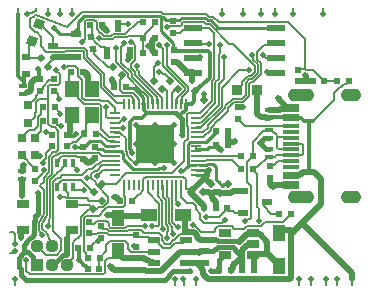
<source format=gtl>
G04*
G04 #@! TF.GenerationSoftware,Altium Limited,Altium Designer,25.2.1 (25)*
G04*
G04 Layer_Physical_Order=1*
G04 Layer_Color=255*
%FSAX26Y26*%
%MOIN*%
G70*
G04*
G04 #@! TF.SameCoordinates,B4543352-C1F1-4858-B80E-EDAD671B2EAA*
G04*
G04*
G04 #@! TF.FilePolarity,Positive*
G04*
G01*
G75*
%ADD10C,0.019685*%
%ADD11C,0.007874*%
%ADD13C,0.011811*%
%ADD16C,0.005118*%
%ADD18R,0.057087X0.011811*%
%ADD19R,0.021654X0.019685*%
%ADD20R,0.034449X0.007874*%
%ADD21R,0.007874X0.034449*%
%ADD22R,0.035433X0.023622*%
%ADD24R,0.021654X0.019685*%
%ADD25R,0.019685X0.021654*%
%ADD26R,0.015748X0.031496*%
%ADD27R,0.053150X0.043307*%
%ADD28R,0.019685X0.021654*%
%ADD29R,0.038000X0.036000*%
%ADD30R,0.022000X0.042000*%
%ADD31R,0.039370X0.027559*%
%ADD32R,0.039370X0.023622*%
%ADD33R,0.025591X0.031496*%
G04:AMPARAMS|DCode=34|XSize=21.654mil|YSize=19.685mil|CornerRadius=0mil|HoleSize=0mil|Usage=FLASHONLY|Rotation=225.000|XOffset=0mil|YOffset=0mil|HoleType=Round|Shape=Rectangle|*
%AMROTATEDRECTD34*
4,1,4,0.000696,0.014615,0.014615,0.000696,-0.000696,-0.014615,-0.014615,-0.000696,0.000696,0.014615,0.0*
%
%ADD34ROTATEDRECTD34*%

G04:AMPARAMS|DCode=35|XSize=19.685mil|YSize=21.654mil|CornerRadius=0mil|HoleSize=0mil|Usage=FLASHONLY|Rotation=135.000|XOffset=0mil|YOffset=0mil|HoleType=Round|Shape=Rectangle|*
%AMROTATEDRECTD35*
4,1,4,0.014615,0.000696,-0.000696,-0.014615,-0.014615,-0.000696,0.000696,0.014615,0.014615,0.000696,0.0*
%
%ADD35ROTATEDRECTD35*%

G04:AMPARAMS|DCode=36|XSize=21.654mil|YSize=19.685mil|CornerRadius=0mil|HoleSize=0mil|Usage=FLASHONLY|Rotation=10.000|XOffset=0mil|YOffset=0mil|HoleType=Round|Shape=Rectangle|*
%AMROTATEDRECTD36*
4,1,4,-0.008953,-0.011573,-0.012371,0.007813,0.008953,0.011573,0.012371,-0.007813,-0.008953,-0.011573,0.0*
%
%ADD36ROTATEDRECTD36*%

%ADD37R,0.043307X0.053150*%
G04:AMPARAMS|DCode=38|XSize=30mil|YSize=32mil|CornerRadius=0mil|HoleSize=0mil|Usage=FLASHONLY|Rotation=70.000|XOffset=0mil|YOffset=0mil|HoleType=Round|Shape=Rectangle|*
%AMROTATEDRECTD38*
4,1,4,0.009905,-0.019568,-0.020165,-0.008623,-0.009905,0.019568,0.020165,0.008623,0.009905,-0.019568,0.0*
%
%ADD38ROTATEDRECTD38*%

G04:AMPARAMS|DCode=40|XSize=21.654mil|YSize=19.685mil|CornerRadius=0mil|HoleSize=0mil|Usage=FLASHONLY|Rotation=135.000|XOffset=0mil|YOffset=0mil|HoleType=Round|Shape=Rectangle|*
%AMROTATEDRECTD40*
4,1,4,0.014615,-0.000696,0.000696,-0.014615,-0.014615,0.000696,-0.000696,0.014615,0.014615,-0.000696,0.0*
%
%ADD40ROTATEDRECTD40*%

%ADD41R,0.062992X0.023622*%
%ADD42R,0.047244X0.055118*%
G04:AMPARAMS|DCode=43|XSize=19.685mil|YSize=21.654mil|CornerRadius=0mil|HoleSize=0mil|Usage=FLASHONLY|Rotation=130.000|XOffset=0mil|YOffset=0mil|HoleType=Round|Shape=Rectangle|*
%AMROTATEDRECTD43*
4,1,4,0.014620,-0.000580,-0.001967,-0.014499,-0.014620,0.000580,0.001967,0.014499,0.014620,-0.000580,0.0*
%
%ADD43ROTATEDRECTD43*%

G04:AMPARAMS|DCode=44|XSize=19.685mil|YSize=21.654mil|CornerRadius=0mil|HoleSize=0mil|Usage=FLASHONLY|Rotation=45.000|XOffset=0mil|YOffset=0mil|HoleType=Round|Shape=Rectangle|*
%AMROTATEDRECTD44*
4,1,4,0.000696,-0.014615,-0.014615,0.000696,-0.000696,0.014615,0.014615,-0.000696,0.000696,-0.014615,0.0*
%
%ADD44ROTATEDRECTD44*%

%ADD45R,0.041339X0.025591*%
%ADD46R,0.031496X0.023622*%
%ADD83R,0.125984X0.125984*%
%ADD84R,0.027559X0.015748*%
%ADD85R,0.031496X0.031496*%
%ADD86C,0.015748*%
%ADD87C,0.009842*%
%ADD88C,0.017716*%
G04:AMPARAMS|DCode=89|XSize=43.307mil|YSize=66.929mil|CornerRadius=19.488mil|HoleSize=0mil|Usage=FLASHONLY|Rotation=90.000|XOffset=0mil|YOffset=0mil|HoleType=Round|Shape=RoundedRectangle|*
%AMROUNDEDRECTD89*
21,1,0.043307,0.027953,0,0,90.0*
21,1,0.004331,0.066929,0,0,90.0*
1,1,0.038976,0.013976,0.002165*
1,1,0.038976,0.013976,-0.002165*
1,1,0.038976,-0.013976,-0.002165*
1,1,0.038976,-0.013976,0.002165*
%
%ADD89ROUNDEDRECTD89*%
G04:AMPARAMS|DCode=90|XSize=43.307mil|YSize=86.614mil|CornerRadius=19.488mil|HoleSize=0mil|Usage=FLASHONLY|Rotation=90.000|XOffset=0mil|YOffset=0mil|HoleType=Round|Shape=RoundedRectangle|*
%AMROUNDEDRECTD90*
21,1,0.043307,0.047638,0,0,90.0*
21,1,0.004331,0.086614,0,0,90.0*
1,1,0.038976,0.023819,0.002165*
1,1,0.038976,0.023819,-0.002165*
1,1,0.038976,-0.023819,-0.002165*
1,1,0.038976,-0.023819,0.002165*
%
%ADD90ROUNDEDRECTD90*%
%ADD91C,0.019685*%
%ADD92C,0.043701*%
%ADD93R,0.043701X0.043701*%
D10*
X-00551182Y-00303486D02*
X-00551182Y-00280532D01*
X-00548229Y-00277579D01*
X-00545275Y-00277579D01*
X-00398648Y-00306102D02*
X-00398648Y-00359328D01*
X-00229526Y-00354331D02*
X-00229526Y-00349409D01*
X-00229526Y-00354331D02*
X-00212943Y-00370913D01*
X-00168059Y-00370913D01*
X-00142370Y-00370913D01*
X-00136118Y-00377165D01*
X-00128740Y-00377165D01*
X-00120078Y-00385827D01*
X-00112204Y-00385827D01*
X-00110236Y-00387795D01*
X-00136118Y-00414567D02*
X-00084354Y-00414567D01*
X-00022149Y-00352362D01*
X-00003937Y-00352362D01*
X-00001968Y-00350394D01*
X00032284Y-00350394D01*
X00034055Y-00352165D01*
X00040507Y-00353836D02*
X00044544Y-00349799D01*
X00062595Y-00349799D01*
X00062595Y-00389169D02*
X00034055Y-00389169D01*
X00055005Y-00410119D01*
X00055005Y-00425519D01*
X00071219Y-00441732D01*
X00343305Y-00441732D01*
X00347976Y-00437062D01*
X00347976Y-00292084D01*
X00385532Y-00254528D01*
X00551181Y-00420177D01*
X00551181Y-00442913D01*
X00308269Y-00399039D02*
X00308269Y-00394118D01*
X00268620Y-00354468D01*
X00268620Y-00316999D01*
X00243257Y-00291637D01*
X00226036Y-00291637D01*
X00222099Y-00287700D01*
X00218162Y-00291637D01*
X00200639Y-00291637D01*
X00173915Y-00318361D01*
X00200482Y-00329038D02*
X00218162Y-00329038D01*
X00222099Y-00325101D01*
X00222099Y-00362503D02*
X00226036Y-00358566D01*
X00258757Y-00358566D01*
X00263743Y-00353579D01*
X00268620Y-00353579D01*
X00222099Y-00362503D02*
X00224537Y-00364940D01*
X00224537Y-00411698D01*
X00308269Y-00286835D02*
X00318112Y-00276992D01*
X00347976Y-00276992D01*
X00347976Y-00292084D01*
X00385532Y-00254528D02*
X00448563Y-00191496D01*
X00448563Y-00108843D01*
X00425322Y-00085602D01*
X00405921Y-00085602D01*
X00386520Y-00085602D01*
X00376099Y-00096024D01*
X00361906Y-00129921D02*
X00291621Y-00129921D01*
X00287143Y-00134399D01*
X00277559Y-00124815D01*
X00277559Y-00106138D01*
X00276575Y-00106138D01*
X00275591Y00095472D02*
X00264948Y00095472D01*
X00262979Y00097441D01*
X00246559Y00097441D01*
X00235039Y00108961D01*
X00235039Y00188728D01*
X00235287Y00188976D01*
X00303359Y00160545D02*
X00335201Y00128702D01*
X00348728Y00128702D01*
X00335201Y00128702D02*
X00317191Y00128702D01*
X00311520Y00123031D01*
X00275591Y00123031D01*
X00370249Y00216798D02*
X00384028Y00216798D01*
X00384028Y00216798D01*
X00419461Y00216798D01*
X00396635Y00217384D02*
X00396635Y00236287D01*
X00395064Y00237857D01*
X00188349Y00131853D02*
X00170952Y00131853D01*
X00137796Y00050197D02*
X00137796Y00015256D01*
X00157492Y00015256D01*
X00161469Y00019232D01*
X00137796Y00015256D02*
X00137796Y00003937D01*
X00098425Y00002953D02*
X00112992Y-00011614D01*
X00075055Y-00079448D02*
X00066363Y-00088140D01*
X00066363Y-00096100D01*
X00066363Y-00098069D02*
X00012016Y-00152416D01*
X00059055Y-00199454D01*
X00059055Y-00208661D01*
X00096213Y-00206713D02*
X00096213Y-00185220D01*
X00083890Y-00172897D01*
X00083890Y-00161831D01*
X00092377Y-00153344D01*
X00105120Y-00153344D01*
X00109753Y-00154040D02*
X00110449Y-00154736D01*
X00126655Y-00154736D01*
X00127696Y-00155777D01*
X00147839Y-00155777D01*
X00154069Y-00149547D01*
X00185877Y-00149547D01*
X00187846Y-00147578D01*
X00074190Y-00152131D02*
X00083890Y-00161831D01*
X00074190Y-00152131D02*
X00054099Y-00152131D01*
X00053403Y-00151435D01*
X00062426Y-00108717D02*
X00072527Y-00118818D01*
X00076464Y-00118818D01*
X00081242Y-00123596D01*
X00062426Y-00108717D02*
X00062426Y-00104790D01*
X00023914Y-00286221D02*
X00032678Y-00294984D01*
X00032678Y-00301365D01*
X00044209Y-00312896D01*
X00096039Y-00312896D01*
X00023914Y-00286221D02*
X00005355Y-00286221D01*
X00002922Y-00283788D01*
X00000489Y-00286221D01*
X-00005905Y-00286221D01*
X-00005905Y-00236220D01*
X-00013779Y-00228346D01*
X-00125984Y-00228346D02*
X-00130413Y-00232776D01*
X-00228355Y-00232776D01*
X-00140401Y-00410283D02*
X-00136118Y-00414567D01*
X-00140401Y-00410283D02*
X-00243547Y-00410283D01*
X-00256300Y-00397531D01*
X-00265968Y-00227852D02*
X-00238879Y-00227852D01*
X-00229526Y-00237205D01*
X-00265968Y-00227852D02*
X-00266236Y-00227584D01*
X-00222678Y-00181989D02*
X-00222678Y-00181005D01*
X-00234392Y-00169291D01*
X-00244094Y-00169291D01*
X-00305330Y-00040020D02*
X-00306315Y-00040020D01*
X-00318437Y-00052142D01*
X-00328073Y-00052142D01*
X-00328073Y-00056102D02*
X-00328248Y-00056102D01*
X-00343504Y-00040846D01*
X-00344488Y-00040846D01*
X-00105315Y00007874D02*
X-00041338Y00007874D01*
X-00001968Y-00387795D02*
X-00000595Y-00389169D01*
X00034055Y-00389169D01*
X00155639Y-00396655D02*
X00185013Y-00367281D01*
X00185013Y-00366440D01*
X00185013Y-00344507D01*
X00200482Y-00329038D01*
X00185013Y-00366440D02*
X00185167Y-00366593D01*
X00185167Y-00411698D01*
X00155639Y-00406161D02*
X00155639Y-00396655D01*
X00155639Y-00406161D02*
X00147641Y-00414159D01*
X00147641Y-00414159D01*
X00146165Y-00412683D01*
X00016536Y00216911D02*
X00016536Y00244274D01*
X00018504Y00246242D01*
X00022441Y00246242D01*
X00020472Y00248211D01*
X00000787Y00248211D01*
X-00031739Y00280737D01*
X-00043623Y00280737D01*
X-00106299Y00311024D02*
X-00106299Y00312008D01*
X-00117192Y00322901D01*
X-00117192Y00350327D01*
X-00106299Y00361220D01*
X-00106299Y00362205D01*
X-00117192Y00334869D02*
X-00128455Y00334869D01*
X-00128455Y00334868D01*
X-00264548Y00386196D02*
X-00265975Y00386196D01*
X-00282699Y00402920D01*
X-00282699Y00403904D01*
X-00368110Y00298428D02*
X-00444481Y00298428D01*
X-00447063Y00295846D01*
X-00345612Y00248911D02*
X-00345612Y00247927D01*
X-00339150Y00247927D01*
X-00328073Y00236850D01*
X-00330709Y00233024D02*
X-00334843Y00237158D01*
X-00330709Y00233024D02*
X-00330709Y00206362D01*
X-00316929Y00192582D01*
X-00241141Y00199803D02*
X-00241141Y00210102D01*
X-00247637Y00216598D01*
X-00247637Y00226282D01*
X-00383858Y00105968D02*
X-00387536Y00102290D01*
X-00387536Y00048881D01*
X-00396850Y00039567D01*
X-00397835Y00039567D01*
X-00527268Y00179921D02*
X-00518504Y00188685D01*
X-00518504Y00210655D01*
X-00505734Y00223425D01*
X-00487574Y00223425D01*
X-00527268Y00179921D02*
X-00531472Y00179921D01*
X-00505906Y-00029528D02*
X-00503937Y-00031496D01*
X-00488188Y-00031496D01*
X-00543092Y-00060236D02*
X-00544291Y-00061436D01*
X-00544291Y-00078740D01*
X-00546260Y-00080709D01*
X-00548228Y-00080709D01*
X-00548228Y-00108268D02*
X-00548228Y-00165178D01*
D11*
X-00468353Y00047244D02*
X-00466093Y00044984D01*
X-00459302Y00044984D01*
X-00459252Y00044934D01*
X-00454331Y00044934D01*
X-00448425Y00039028D01*
X-00136625Y-00101181D02*
X-00020915Y-00101181D01*
X-00020914Y-00101182D01*
X-00011013Y-00101182D01*
X-00002953Y-00109242D01*
X-00002953Y-00127461D01*
X-00002953Y-00130774D02*
X-00002953Y-00140175D01*
X00006449Y-00140175D01*
X00010563Y-00144290D01*
X00010563Y-00160147D01*
X00030020Y-00047244D02*
X00061325Y-00047244D01*
X00062980Y-00045589D01*
X00150905Y-00045589D01*
X00181102Y-00075787D01*
X00181102Y-00076772D01*
X00220472Y-00076772D02*
X00220472Y-00075787D01*
X00226378Y-00069882D01*
X00234252Y-00069882D01*
X00270669Y-00033465D01*
X00272637Y-00033465D01*
X00275590Y-00034449D02*
X00276574Y-00033465D01*
X00293307Y-00033465D01*
X00297244Y-00029528D01*
X00346233Y-00029528D01*
X00382878Y-00029528D01*
X00387490Y-00024915D01*
X00387490Y00005230D01*
X00382878Y00009842D01*
X00346457Y00009842D01*
X00346457Y-00009842D02*
X00306102Y-00009842D01*
X00301187Y-00004927D01*
X00301187Y00026591D01*
X00305799Y00031204D01*
X00344781Y00031204D01*
X00346457Y00029528D01*
X00305799Y00031204D02*
X00293499Y00043504D01*
X00292126Y00043504D01*
X00281496Y00054134D01*
X00275590Y00054134D01*
X00273622Y00054134D01*
X00275590Y00054134D02*
X00271653Y00050197D01*
X00255785Y00050197D01*
X00220472Y00014884D01*
X00220472Y-00032212D01*
X00220472Y-00033196D01*
X00201575Y-00052093D01*
X00201575Y-00118974D01*
X00214618Y-00132016D01*
X00214618Y-00237943D01*
X00209313Y-00243247D01*
X00204480Y-00243247D01*
X00198574Y-00249153D01*
X00195378Y-00249153D01*
X00239838Y-00248723D02*
X00239838Y-00206470D01*
X00233909Y-00200541D01*
X00233909Y-00090208D01*
X00227362Y-00083662D01*
X00226378Y-00083662D01*
X00220472Y-00077756D01*
X00220472Y-00076772D01*
X00181102Y-00032212D02*
X00180387Y-00031496D01*
X00030020Y-00031496D01*
X00030020Y-00015748D02*
X00030020Y-00007874D01*
X00030020Y-00000000D01*
X-00136625Y-00101181D02*
X-00144685Y-00109242D01*
X-00144685Y-00127461D01*
X-00144685Y-00145680D01*
X-00156288Y-00157284D01*
X-00160473Y-00157284D01*
X-00183308Y-00180118D01*
D13*
X-00547244Y00202756D02*
X-00543307Y00202756D01*
X-00541339Y00204724D01*
X-00541339Y00216535D01*
X-00541339Y00236536D01*
X-00535433Y00242442D01*
X-00561024Y00246063D02*
X-00561024Y00280002D01*
X-00562205Y00281183D01*
X-00562205Y00323622D01*
X-00561024Y00324803D01*
X-00561024Y00442913D01*
X-00495448Y00257351D02*
X-00493941Y00255844D01*
X-00493941Y00245701D01*
X-00492495Y00244255D01*
X-00492495Y00227362D01*
X-00488558Y00223425D01*
X-00541339Y00216535D02*
X-00561053Y00236250D01*
X-00561053Y00246034D01*
X-00561024Y00246063D01*
X-00397835Y00039567D02*
X-00393898Y00035630D01*
X-00381327Y00035630D01*
X-00381102Y00035406D01*
X-00374490Y00035406D01*
X-00369849Y00040047D01*
X-00368867Y00040047D01*
X-00190157Y-00009604D02*
X-00190157Y00046979D01*
X-00190157Y00046979D01*
X-00190157Y00063207D01*
X-00190157Y00063207D01*
X-00190157Y00080493D01*
X-00174892Y00095758D01*
X-00148768Y00095758D01*
X-00133503Y00111023D01*
X-00083995Y00111023D01*
X-00083957Y00111061D01*
X-00034449Y00111061D01*
X-00024606Y00101219D02*
X-00010865Y00114960D01*
X-00010197Y00114960D01*
X-00003740Y00121418D01*
X-00003740Y00142421D01*
X-00002953Y00143208D01*
X00016232Y00143208D01*
X00023151Y00150127D01*
X00023151Y00173344D01*
X00027738Y00177931D01*
X00027738Y00183499D01*
X00028434Y00184195D02*
X00053009Y00208770D01*
X00055677Y00208770D01*
X00076772Y00229865D01*
X00076772Y00312619D01*
X00069812Y00319579D01*
X-00043095Y00319579D01*
X-00043623Y00320107D01*
X-00190400Y00312482D02*
X-00195494Y00307388D01*
X-00195494Y00291994D01*
X-00197403Y00290085D01*
X-00197403Y00287954D01*
X-00144685Y00143208D02*
X-00143897Y00142421D01*
X-00143897Y00121418D01*
X-00133503Y00111023D01*
X-00190157Y-00009604D02*
X-00187204Y-00012556D01*
X-00187204Y-00012812D01*
X-00184774Y-00015242D01*
X-00184774Y-00020810D01*
X-00183268Y-00022316D01*
X-00176037Y-00330315D02*
X-00171706Y-00334646D01*
X-00170335Y-00334646D01*
X-00362504Y-00336831D02*
X-00358567Y-00340768D01*
X-00358567Y-00350093D01*
X-00358267Y-00350393D01*
X-00358267Y-00377952D01*
X-00356761Y-00379459D01*
X-00356761Y-00381589D01*
X-00350730Y-00387620D01*
X-00350730Y-00387857D01*
X-00344272Y-00394315D01*
X-00344248Y-00394339D01*
X-00342997Y-00394339D01*
X-00330709Y-00406627D01*
X-00330709Y-00407612D01*
X-00342997Y-00394339D02*
X-00343021Y-00394315D01*
X-00344272Y-00394315D01*
X-00350730Y-00387857D02*
X-00356761Y-00381827D01*
X-00356761Y-00381589D01*
X-00358267Y-00380083D01*
X-00358267Y-00377952D01*
X-00398648Y-00306102D02*
X-00398648Y-00303972D01*
X-00396654Y-00301977D01*
X-00396654Y-00284469D01*
X-00389764Y-00277579D01*
X-00381890Y-00277579D01*
X00056273Y00156356D02*
X00056969Y00157052D01*
X00056969Y00169012D01*
X00059055Y00171097D01*
X00059055Y00173228D01*
X00346457Y-00096024D02*
X00376099Y-00096024D01*
X00346457Y-00096024D02*
X00346457Y-00102362D01*
X00405921Y-00085602D02*
X00408611Y-00082912D01*
X00408611Y00084200D01*
X00419567Y00084200D01*
X00408611Y00084200D02*
X00391566Y00084200D01*
X00379532Y00096234D01*
X00348539Y00096234D01*
X00346457Y00094151D01*
X00346457Y00090551D01*
X00349337Y00090551D02*
X00349337Y00102362D01*
X00346457Y00102362D01*
X00345183Y00098207D02*
X00290384Y00098207D01*
X00289617Y00097441D01*
X00277559Y00097441D01*
X00275591Y00095472D01*
D16*
X-00570866Y-00462598D02*
X-00570866Y-00442913D01*
X-00522865Y-00426181D02*
X-00278382Y-00426181D01*
X-00273819Y-00421618D01*
X-00273819Y-00404788D01*
X-00273819Y-00404788D01*
X-00273819Y-00390274D01*
X-00272974Y-00389429D01*
X-00272974Y-00381940D01*
X-00263556Y-00372522D01*
X-00248620Y-00372522D01*
X-00229526Y-00353427D01*
X-00229526Y-00349409D01*
X-00268785Y-00349771D02*
X-00268785Y-00329583D01*
X-00254359Y-00315158D01*
X-00204692Y-00315158D01*
X-00194517Y-00325333D01*
X-00194517Y-00341990D01*
X-00184341Y-00352165D01*
X-00156328Y-00352165D01*
X-00154556Y-00350394D01*
X-00110236Y-00350394D01*
X-00078315Y-00338543D02*
X-00056854Y-00338543D01*
X-00040555Y-00322244D01*
X-00011220Y-00322244D01*
X-00001968Y-00312992D01*
X-00001766Y-00288476D02*
X-00005905Y-00292615D01*
X-00005905Y-00286221D01*
X-00005905Y-00292615D02*
X-00023944Y-00292615D01*
X-00029330Y-00298001D01*
X-00029330Y-00299574D01*
X-00041289Y-00311533D01*
X-00044319Y-00311533D01*
X-00056279Y-00323492D01*
X-00072143Y-00323492D01*
X-00082494Y-00313141D01*
X-00082494Y-00298381D01*
X-00092844Y-00288031D01*
X-00141680Y-00288031D01*
X-00151954Y-00277756D01*
X-00196515Y-00277756D01*
X-00200452Y-00281693D01*
X-00258599Y-00281693D01*
X-00266245Y-00274048D01*
X-00278222Y-00274048D01*
X-00285505Y-00266764D01*
X-00260264Y-00265553D02*
X-00260264Y-00256543D01*
X-00267562Y-00249244D01*
X-00299512Y-00249244D01*
X-00308491Y-00258223D01*
X-00308729Y-00257985D01*
X-00317032Y-00257985D01*
X-00324315Y-00250702D01*
X-00335643Y-00230503D02*
X-00293932Y-00230503D01*
X-00276329Y-00212901D01*
X-00275793Y-00212901D01*
X-00265846Y-00202953D01*
X-00213002Y-00202953D01*
X-00205158Y-00195109D01*
X-00205158Y-00167096D01*
X-00207677Y-00164577D01*
X-00207677Y-00127461D01*
X-00201802Y-00089567D02*
X-00050026Y-00089567D01*
X-00009842Y-00049383D01*
X-00009842Y00013314D01*
X00002756Y00025912D01*
X00002756Y00066257D01*
X00002120Y00066893D01*
X00002120Y00107238D01*
X00005118Y00110236D01*
X00030020Y00110236D01*
X00031398Y00111614D01*
X00044685Y00111614D01*
X00085406Y00152334D01*
X00085406Y00219290D01*
X00092323Y00226207D01*
X00092323Y00377345D01*
X00073425Y00396242D01*
X00033268Y00396242D01*
X00022441Y00396242D01*
X00019157Y00392959D01*
X-00008813Y00392959D01*
X-00022835Y00378937D01*
X-00044291Y00378937D01*
X-00066501Y00398554D02*
X-00066501Y00400787D01*
X-00022257Y00400787D01*
X-00017336Y00405709D01*
X-00017336Y00410630D01*
X-00012235Y00415730D01*
X00057117Y00415730D01*
X00065367Y00407480D01*
X00076663Y00407480D01*
X00141409Y00342734D01*
X00153184Y00342734D01*
X00226180Y00269738D01*
X00226180Y00248648D01*
X00212658Y00235126D01*
X00204628Y00235126D01*
X00182728Y00213227D01*
X00182728Y00204417D01*
X00167287Y00188976D01*
X00166287Y00188976D01*
X00152705Y00159609D02*
X00184777Y00159609D01*
X00196822Y00171654D01*
X00196822Y00212845D01*
X00208868Y00224890D01*
X00216898Y00224890D01*
X00236417Y00244408D01*
X00236417Y00273978D01*
X00220705Y00289690D01*
X00220705Y00302580D01*
X00217918Y00305367D01*
X00208661Y00255905D02*
X00175805Y00255905D01*
X00116114Y00196214D01*
X00116114Y00131597D01*
X00048887Y00064370D01*
X00031398Y00064370D01*
X00030020Y00062992D01*
X00030020Y00078740D02*
X00043307Y00078740D01*
X00047441Y00082874D01*
X00050424Y00082874D01*
X00105878Y00138328D01*
X00105878Y00207978D01*
X00123389Y00225489D01*
X00123389Y00299082D01*
X00110236Y00310705D02*
X00110236Y00338582D01*
X00110236Y00310705D02*
X00105869Y00306338D01*
X00105869Y00225278D01*
X00095642Y00215050D01*
X00095642Y00143839D01*
X00050424Y00098622D01*
X00047441Y00098622D01*
X00044685Y00095866D01*
X00031398Y00095866D01*
X00030020Y00094488D01*
X00030020Y00047244D02*
X00054921Y00047244D01*
X00069612Y00061935D01*
X00069612Y00070619D01*
X00126657Y00127664D01*
X00126657Y00133561D01*
X00152705Y00159609D01*
X00156945Y00149373D02*
X00189017Y00149373D01*
X00207059Y00167414D01*
X00207059Y00208605D01*
X00213107Y00214654D01*
X00221138Y00214654D01*
X00246653Y00240168D01*
X00246653Y00278218D01*
X00235438Y00289433D01*
X00235438Y00313595D01*
X00258832Y00336990D01*
X00288779Y00336990D01*
X00298031Y00346242D01*
X00298031Y00296242D02*
X00296529Y00294740D01*
X00264556Y00294740D01*
X00252957Y00306338D01*
X00261011Y00413386D02*
X00263355Y00415730D01*
X00332707Y00415730D01*
X00335052Y00413386D01*
X00338989Y00413386D01*
X00394139Y00358236D01*
X00394139Y00259120D01*
X00397882Y00255377D01*
X00420252Y00255377D01*
X00450564Y00225065D01*
X00451548Y00225065D01*
X00458831Y00217782D01*
X00458831Y00216798D01*
X00458831Y00216798D02*
X00500000Y00216798D01*
X00500000Y00216798D01*
X00512008Y00198294D02*
X00513023Y00198294D01*
X00523259Y00208530D01*
X00532087Y00208530D01*
X00539370Y00215813D01*
X00539370Y00216798D01*
X00512008Y00198294D02*
X00491068Y00177354D01*
X00491068Y00155700D01*
X00419567Y00084200D01*
X00345964Y00069390D02*
X00346457Y00068898D01*
X00345964Y00069390D02*
X00304792Y00069390D01*
X00304497Y00069685D01*
X00194734Y00069685D01*
X00171936Y00092483D01*
X00170952Y00092483D01*
X00136893Y00118222D02*
X00136893Y00129321D01*
X00156945Y00149373D01*
X00136893Y00118222D02*
X00106744Y00088073D01*
X00104775Y00088073D01*
X00079848Y00063146D01*
X00079848Y00056423D01*
X00054921Y00031496D01*
X00030020Y00031496D01*
X00003338Y00184081D02*
X00003338Y00198921D01*
X-00067444Y00269703D01*
X-00067444Y00339097D01*
X-00092389Y00336981D02*
X-00078937Y00323528D01*
X-00078937Y00266720D01*
X-00006898Y00194681D01*
X-00006898Y00188321D01*
X-00033071Y00162149D01*
X-00033071Y00144586D01*
X-00034449Y00143208D01*
X-00048819Y00144586D02*
X-00048819Y00182988D01*
X-00047308Y00182988D01*
X-00039491Y00190805D01*
X-00029191Y00190805D01*
X-00017323Y00163421D02*
X00003338Y00184081D01*
X00001459Y-00188780D02*
X00020215Y-00188780D01*
X00030709Y-00199273D01*
X00030709Y-00210046D01*
X00045276Y-00224613D01*
X00045276Y-00242126D01*
X00059055Y-00255905D01*
X00118110Y-00255905D01*
X00127953Y-00246063D01*
X00128300Y-00214981D02*
X00133123Y-00210158D01*
X00133123Y-00209174D01*
X00133123Y-00209174D02*
X00138930Y-00214981D01*
X00154852Y-00214981D01*
X00160703Y-00220832D01*
X00186297Y-00220832D01*
X00187846Y-00222381D01*
X00199234Y-00266243D02*
X00212006Y-00266243D01*
X00247095Y-00266243D01*
X00260755Y-00252583D01*
X00319548Y-00252583D01*
X00346457Y-00225674D01*
X00346457Y-00224689D01*
X00307087Y-00224689D02*
X00281581Y-00224689D01*
X00256744Y-00199852D01*
X00256744Y-00194232D01*
X00265995Y-00184980D01*
X00266586Y-00184980D01*
X00276575Y-00066768D02*
X00280512Y-00062831D01*
X00292186Y-00062831D01*
X00305805Y-00049213D01*
X00346457Y-00049213D01*
X00298031Y00246242D02*
X00267968Y00246242D01*
X00266980Y00247230D01*
X00452756Y00442913D02*
X00452756Y00462598D01*
X00354331Y00462598D02*
X00354331Y00442913D01*
X00295276Y00442913D02*
X00295276Y00462598D01*
X00246063Y00462598D02*
X00246063Y00442913D01*
X00261011Y00413386D02*
X00108268Y00413386D01*
X00088976Y00432677D01*
X00075803Y00432677D01*
X00065567Y00442913D01*
X-00079206Y00442913D01*
X-00085308Y00449016D01*
X-00348228Y00449016D01*
X-00397565Y00399679D01*
X-00400587Y00399679D01*
X-00502048Y00436608D01*
X-00506581Y00436608D01*
X-00510118Y00433071D01*
X-00514055Y00433071D01*
X-00515554Y00431572D01*
X-00521339Y00425787D01*
X-00521339Y00397560D01*
X-00505764Y00381984D01*
X-00500720Y00381984D01*
X-00485145Y00366409D01*
X-00485145Y00333740D01*
X-00467747Y00316342D01*
X-00408268Y00316342D01*
X-00406693Y00317917D01*
X-00347214Y00317917D01*
X-00342716Y00313419D01*
X-00342716Y00294367D01*
X-00285630Y00237281D01*
X-00285630Y00198289D01*
X-00232458Y00145117D01*
X-00209055Y00145117D01*
X-00209055Y00144586D01*
X-00207677Y00143208D01*
X-00177559Y00144586D02*
X-00176181Y00143208D01*
X-00177559Y00144586D02*
X-00177559Y00160857D01*
X-00184812Y00168110D01*
X-00240975Y00168110D01*
X-00275393Y00202529D01*
X-00275393Y00241520D01*
X-00332480Y00298607D01*
X-00332480Y00317659D01*
X-00342974Y00328153D01*
X-00439173Y00328153D01*
X-00446850Y00335830D01*
X-00444488Y00338192D01*
X-00444488Y00364889D01*
X-00488962Y00409363D01*
X-00493497Y00409363D01*
X-00501969Y00452756D02*
X-00501969Y00462598D01*
X-00501969Y00452756D02*
X-00507476Y00452756D01*
X-00514531Y00445701D01*
X-00528709Y00445701D01*
X-00531496Y00442913D01*
X-00561024Y00442913D02*
X-00561024Y00462598D01*
X-00462598Y00462598D02*
X-00462598Y00442913D01*
X-00514360Y00352041D02*
X-00514360Y00347130D01*
X-00526181Y00335309D01*
X-00526181Y00306812D01*
X-00535433Y00297560D01*
X-00535433Y00297560D01*
X-00533231Y00295358D01*
X-00491891Y00295358D01*
X-00491259Y00295991D01*
X-00487216Y00295991D01*
X-00461909Y00274745D02*
X-00449850Y00286803D01*
X-00449850Y00289117D01*
X-00447063Y00291905D01*
X-00447063Y00295846D01*
X-00434147Y00254474D02*
X-00434147Y00251041D01*
X-00424002Y00240896D01*
X-00424002Y00210914D01*
X-00428893Y00206023D01*
X-00458377Y00206023D01*
X-00461375Y00203025D01*
X-00461375Y00158366D01*
X-00492513Y00158366D01*
X-00504134Y00146744D01*
X-00504134Y00113897D01*
X-00506651Y00111381D01*
X-00506651Y00099649D01*
X-00527559Y00078740D01*
X-00526609Y00055084D02*
X-00508862Y00055084D01*
X-00496414Y00067531D01*
X-00496414Y00097967D01*
X-00486178Y00108204D01*
X-00486178Y00124409D01*
X-00478895Y00131693D01*
X-00461375Y00158366D02*
X-00461375Y00074284D01*
X-00450528Y00063437D01*
X-00440769Y00063437D01*
X-00429921Y00052589D01*
X-00429921Y-00012826D01*
X-00436492Y-00019396D01*
X-00444593Y-00019396D01*
X-00458971Y-00033775D01*
X-00458971Y-00085925D01*
X-00477362Y-00104316D01*
X-00477362Y-00117201D01*
X-00487537Y-00127376D01*
X-00487537Y-00131616D01*
X-00477362Y-00146286D01*
X-00477362Y-00167612D01*
X-00476575Y-00199783D01*
X-00476575Y-00225712D01*
X-00476685Y-00225823D01*
X-00491252Y-00255115D01*
X-00491252Y-00278109D01*
X-00483748Y-00296645D01*
X-00466228Y-00289388D02*
X-00447835Y-00330654D01*
X-00418307Y-00345367D02*
X-00418307Y-00309204D01*
X-00444478Y-00283033D01*
X-00445977Y-00281534D01*
X-00445977Y-00277294D01*
X-00445866Y-00238432D01*
X-00445866Y-00187063D01*
X-00446654Y-00154892D01*
X-00446654Y-00117036D01*
X-00433147Y-00103529D01*
X-00422032Y-00103529D01*
X-00414763Y-00096260D01*
X-00350425Y-00096260D01*
X-00327788Y-00073622D01*
X-00314387Y-00073622D01*
X-00298305Y-00057539D01*
X-00291324Y-00057539D01*
X-00281029Y-00047244D01*
X-00240649Y-00047244D01*
X-00240725Y-00031571D02*
X-00240649Y-00031496D01*
X-00240725Y-00031571D02*
X-00282252Y-00031571D01*
X-00291717Y-00022106D01*
X-00343577Y-00022106D01*
X-00344483Y-00021200D01*
X-00423281Y-00021200D01*
X-00431713Y-00029633D01*
X-00440353Y-00029633D01*
X-00448735Y-00038014D01*
X-00448735Y-00090165D01*
X-00467126Y-00108556D01*
X-00467126Y-00163372D01*
X-00466339Y-00195543D01*
X-00466339Y-00229952D01*
X-00466449Y-00230063D01*
X-00481016Y-00259355D01*
X-00481016Y-00273869D01*
X-00466228Y-00289388D01*
X-00463497Y-00266612D02*
X-00456213Y-00234303D01*
X-00456103Y-00234192D01*
X-00456103Y-00191303D01*
X-00456890Y-00159132D01*
X-00456890Y-00112796D01*
X-00437387Y-00093293D01*
X-00435054Y-00093293D01*
X-00415551Y-00073790D01*
X-00415551Y-00072775D01*
X-00405512Y-00062736D01*
X-00405512Y-00054862D01*
X-00425788Y-00049547D02*
X-00425788Y-00040658D01*
X-00416566Y-00031436D01*
X-00368867Y-00031436D01*
X-00366740Y-00033563D01*
X-00351772Y-00033563D01*
X-00344488Y-00040846D01*
X-00379921Y-00054862D02*
X-00379921Y-00062736D01*
X-00364930Y-00077727D01*
X-00364930Y-00078740D01*
X-00351729Y-00112539D02*
X-00312295Y-00151972D01*
X-00309407Y-00151972D01*
X-00303861Y-00126617D02*
X-00303861Y-00119840D01*
X-00317738Y-00105963D01*
X-00317738Y-00091449D01*
X-00307475Y-00081186D01*
X-00299410Y-00081186D01*
X-00281216Y-00062992D01*
X-00240649Y-00062992D01*
X-00240649Y-00078740D02*
X-00280253Y-00078740D01*
X-00300219Y-00098706D01*
X-00317738Y-00105963D02*
X-00332381Y-00105963D01*
X-00333866Y-00104477D01*
X-00351729Y-00112539D02*
X-00416566Y-00112539D01*
X-00421063Y-00117036D01*
X-00421063Y-00118050D01*
X-00431102Y-00128090D01*
X-00431102Y-00135964D01*
X-00405512Y-00135964D02*
X-00405512Y-00143838D01*
X-00401575Y-00147775D01*
X-00399213Y-00150137D01*
X-00397638Y-00150137D01*
X-00396850Y-00150925D01*
X-00396850Y-00171200D01*
X-00333866Y-00171200D01*
X-00324695Y-00180372D01*
X-00283909Y-00180372D01*
X-00261617Y-00184248D02*
X-00261617Y-00168861D01*
X-00303861Y-00126617D01*
X-00281568Y-00124133D02*
X-00280872Y-00124829D01*
X-00237064Y-00124829D01*
X-00201802Y-00089567D01*
X-00200787Y-00029573D02*
X-00188916Y-00041444D01*
X-00187820Y-00041444D01*
X-00173161Y-00056102D01*
X-00169291Y-00056102D01*
X-00200787Y-00029573D02*
X-00200787Y-00018182D01*
X-00203740Y-00015230D01*
X-00203740Y00026605D01*
X-00220245Y00043110D01*
X-00220245Y00043110D01*
X-00223001Y00045866D01*
X-00239272Y00045866D01*
X-00240649Y00047244D01*
X-00239272Y00061614D02*
X-00212701Y00061614D01*
X-00211023Y00059937D01*
X-00222794Y00080118D02*
X-00211216Y00091695D01*
X-00208464Y00091695D01*
X-00222794Y00080118D02*
X-00225984Y00080118D01*
X-00227362Y00078740D01*
X-00240649Y00078740D01*
X-00240649Y00062992D02*
X-00239272Y00061614D01*
X-00242027Y00032874D02*
X-00240649Y00031496D01*
X-00242027Y00032874D02*
X-00260251Y00032874D01*
X-00285630Y00058252D01*
X-00285630Y00136707D01*
X-00292129Y00143206D01*
X-00344068Y00143206D01*
X-00358661Y00157800D01*
X-00358661Y00157800D01*
X-00362795Y00161934D01*
X-00362795Y00167582D01*
X-00383858Y00188645D01*
X-00383858Y00192582D01*
X-00392856Y00201579D01*
X-00392856Y00227848D01*
X-00392265Y00228439D01*
X-00392265Y00241628D01*
X-00384982Y00248911D01*
X-00363131Y00234904D02*
X-00363131Y00258587D01*
X-00371959Y00267415D01*
X-00398004Y00267415D01*
X-00399291Y00266129D01*
X-00406557Y00266129D01*
X-00409344Y00263342D01*
X-00347808Y00346685D02*
X-00347808Y00350627D01*
X-00340396Y00358039D01*
X-00340396Y00417104D01*
X-00335091Y00422409D01*
X-00309046Y00422409D01*
X-00300219Y00413581D01*
X-00300219Y00389898D01*
X-00289608Y00379287D01*
X-00285869Y00379287D01*
X-00275258Y00368676D01*
X-00251619Y00368676D01*
X-00246490Y00373805D01*
X-00204758Y00373805D01*
X-00163614Y00414949D01*
X-00147232Y00414949D01*
X-00145669Y00413386D01*
X-00113583Y00406102D02*
X-00106299Y00413386D01*
X-00113583Y00406102D02*
X-00113583Y00402166D01*
X-00137402Y00378346D01*
X-00138386Y00378346D01*
X-00138386Y00369488D01*
X-00145669Y00362205D01*
X-00145669Y00344864D01*
X-00145975Y00344559D01*
X-00145975Y00327612D01*
X-00145669Y00327307D01*
X-00145669Y00311024D01*
X-00171722Y00288302D02*
X-00171722Y00336662D01*
X-00184369Y00349309D01*
X-00184428Y00349309D01*
X-00209517Y00346049D02*
X-00209517Y00342107D01*
X-00218573Y00333052D01*
X-00218573Y00279558D01*
X-00183049Y00244034D01*
X-00183049Y00232806D01*
X-00143316Y00193074D01*
X-00142646Y00193074D01*
X-00114567Y00164994D01*
X-00114567Y00144586D01*
X-00113189Y00143208D01*
X-00098819Y00144586D02*
X-00098819Y00163722D01*
X-00138406Y00203310D01*
X-00139077Y00203310D01*
X-00172812Y00237046D01*
X-00172812Y00248274D01*
X-00184827Y00260288D01*
X-00184827Y00275757D01*
X-00176779Y00283805D01*
X-00176220Y00283805D01*
X-00171722Y00288302D01*
X-00167307Y00268500D02*
X-00164520Y00265713D01*
X-00164520Y00254457D01*
X-00160024Y00249961D01*
X-00160024Y00238734D01*
X-00134837Y00213546D01*
X-00134167Y00213546D01*
X-00083071Y00162451D01*
X-00083071Y00144586D01*
X-00081693Y00143208D01*
X-00097441Y00143208D02*
X-00098819Y00144586D01*
X-00130315Y00144586D02*
X-00130315Y00166266D01*
X-00146886Y00182838D01*
X-00147556Y00182838D01*
X-00194970Y00230251D01*
X-00194970Y00234491D01*
X-00194656Y00234805D01*
X-00194656Y00241165D01*
X-00228809Y00275318D01*
X-00228809Y00275318D01*
X-00236220Y00282729D01*
X-00236220Y00326771D01*
X-00265400Y00322482D02*
X-00265400Y00312482D01*
X-00265400Y00322482D02*
X-00273841Y00330923D01*
X-00286567Y00330923D01*
X-00301378Y00345734D01*
X-00301868Y00345734D01*
X-00316540Y00360405D01*
X-00316540Y00390721D01*
X-00317130Y00391311D01*
X-00317130Y00398966D01*
X-00322069Y00403904D01*
X-00291688Y00360329D02*
X-00289798Y00358440D01*
X-00247379Y00358440D01*
X-00242250Y00363569D01*
X-00199231Y00363569D01*
X-00195972Y00366828D01*
X-00150293Y00366828D01*
X-00145669Y00362205D01*
X-00194488Y00408851D02*
X-00221531Y00408851D01*
X-00227900Y00402482D01*
X-00066536Y00398519D02*
X-00066501Y00398554D01*
X-00096457Y00279200D02*
X-00110644Y00265012D01*
X-00110644Y00230336D01*
X-00109948Y00229640D01*
X-00109948Y00219340D01*
X-00110644Y00218644D01*
X-00092632Y00249144D02*
X-00088690Y00249144D01*
X-00079708Y00240162D01*
X-00073219Y00240162D01*
X-00057030Y00223973D01*
X-00057030Y00218644D01*
X-00076438Y00194745D02*
X-00065945Y00184252D01*
X-00065945Y00143208D01*
X-00050197Y00143208D02*
X-00048819Y00144586D01*
X-00017323Y00144586D02*
X-00017323Y00163421D01*
X-00017323Y00144586D02*
X-00018701Y00143208D01*
X-00080379Y00190805D02*
X-00076438Y00194745D01*
X-00080379Y00190805D02*
X-00082805Y00190805D01*
X-00130315Y00144586D02*
X-00128937Y00143208D01*
X-00160433Y00143208D02*
X-00160433Y00156496D01*
X-00161811Y00157874D01*
X-00161811Y00160857D01*
X-00179300Y00178346D01*
X-00211841Y00178346D01*
X-00222637Y00189143D01*
X-00222637Y00222137D01*
X-00216949Y00227826D01*
X-00216949Y00237289D01*
X-00128937Y-00127461D02*
X-00128937Y-00152362D01*
X-00091141Y-00190157D01*
X-00091141Y-00260464D01*
X-00097047Y-00266369D01*
X-00114533Y-00266369D01*
X-00114567Y-00266403D01*
X-00139356Y-00265578D02*
X-00198813Y-00265578D01*
X-00204692Y-00271457D01*
X-00254359Y-00271457D01*
X-00260264Y-00265553D01*
X-00266154Y-00288615D02*
X-00259493Y-00295276D01*
X-00170335Y-00295276D01*
X-00163051Y-00302559D01*
X-00128543Y-00302559D01*
X-00118110Y-00312992D01*
X-00102362Y-00312992D01*
X-00093110Y-00322244D01*
X-00093110Y-00323749D01*
X-00078315Y-00338543D01*
X-00064886Y-00305972D02*
X-00064886Y-00285195D01*
X-00062185Y-00282493D01*
X-00062185Y-00267979D01*
X-00070669Y-00259495D01*
X-00070669Y-00177119D01*
X-00080315Y-00167473D01*
X-00080315Y-00128839D01*
X-00081693Y-00127461D01*
X-00097441Y-00127461D02*
X-00097441Y-00164823D01*
X-00080905Y-00181358D01*
X-00080905Y-00274035D01*
X-00079704Y-00275236D01*
X-00048228Y-00276097D02*
X-00048063Y-00276262D01*
X-00048063Y-00287955D01*
X-00045276Y-00290742D01*
X-00048228Y-00276097D02*
X-00048228Y-00267459D01*
X-00060433Y-00255255D01*
X-00060433Y-00172879D01*
X-00064567Y-00168745D01*
X-00064567Y-00128839D01*
X-00065945Y-00127461D01*
X-00050197Y-00127461D02*
X-00050197Y-00251015D01*
X-00043534Y-00257677D01*
X-00041871Y-00257677D01*
X-00030709Y-00268840D01*
X-00030709Y-00268840D01*
X-00039370Y-00442913D02*
X-00039370Y-00462598D01*
X-00009842Y-00462598D02*
X-00009842Y-00442913D01*
X00029528Y-00442913D02*
X00029528Y-00462598D01*
X00374016Y-00462598D02*
X00374016Y-00442913D01*
X00413386Y-00442913D02*
X00413386Y-00462598D01*
X00462598Y-00462598D02*
X00462598Y-00442913D01*
X00501969Y-00442913D02*
X00501969Y-00462598D01*
X00551181Y-00462598D02*
X00551181Y-00442913D01*
X00001459Y-00188780D02*
X-00018701Y-00168620D01*
X-00018701Y-00127461D01*
X-00034449Y-00127461D02*
X-00034449Y-00182869D01*
X-00032315Y-00185003D01*
X-00032315Y-00189795D01*
X-00034449Y-00191929D01*
X-00003986Y-00286221D02*
X-00003457Y-00286221D01*
X-00003457Y-00286784D01*
X-00001766Y-00288476D01*
X00022463Y-00261418D02*
X00023887Y-00261418D01*
X00049124Y-00286654D01*
X00091225Y-00286654D01*
X00095192Y-00282687D01*
X00095192Y-00275797D01*
X00104746Y-00266243D01*
X00150476Y-00266243D01*
X00158374Y-00274141D01*
X00191336Y-00274141D01*
X00199234Y-00266243D01*
X00128300Y-00214981D02*
X00127316Y-00214981D01*
X00107605Y-00234691D01*
X00062795Y-00234691D01*
X-00287532Y00042126D02*
X-00262532Y00017126D01*
X-00242027Y00017126D01*
X-00240649Y00015748D01*
X-00367757Y00016379D02*
X-00351347Y00032790D01*
X-00351347Y00032838D01*
X-00342059Y00042126D01*
X-00342059Y00043110D01*
X-00348358Y00050394D02*
X-00334776Y00050394D01*
X-00334776Y00063583D01*
X-00334185Y00064173D01*
X-00334185Y00076900D01*
X-00334055Y00077031D01*
X-00334055Y00088842D01*
X-00316929Y00105968D01*
X-00268110Y00099478D02*
X-00268110Y00129921D01*
X-00264003Y00150590D02*
X-00240649Y00127237D01*
X-00240649Y00110236D01*
X-00240649Y00094488D02*
X-00263120Y00094488D01*
X-00268110Y00099478D01*
X-00264003Y00150590D02*
X-00285037Y00150590D01*
X-00287889Y00153443D01*
X-00339828Y00153443D01*
X-00348425Y00162040D01*
X-00348425Y00220198D01*
X-00363131Y00234904D01*
X-00442506Y00223936D02*
X-00445852Y00220590D01*
X-00458286Y00220590D01*
X-00479306Y00199570D01*
X-00479306Y00191338D01*
X-00486589Y00184055D01*
X-00488558Y00184055D01*
X-00503716Y00168898D01*
X-00503716Y00161639D01*
X-00527559Y00137795D01*
X-00531472Y00179921D02*
X-00542520Y00179921D01*
X-00547244Y00175197D01*
X-00526609Y00055084D02*
X-00549213Y00032480D01*
X-00549213Y00029528D01*
X-00505906Y00029528D02*
X-00505906Y00032480D01*
X-00486178Y00052208D01*
X-00486178Y00076677D01*
X-00478895Y00083960D01*
X-00470668Y-00021601D02*
X-00449409Y-00000342D01*
X-00448425Y-00000342D01*
X-00397835Y00000197D02*
X-00396850Y00000197D01*
X-00380668Y00016379D01*
X-00367757Y00016379D01*
X-00425788Y-00049547D02*
X-00431102Y-00054862D01*
X-00422052Y-00167025D02*
X-00419265Y-00169813D01*
X-00405476Y-00169813D01*
X-00404088Y-00171200D01*
X-00396850Y-00171200D01*
X-00381890Y-00192934D02*
X-00379361Y-00195462D01*
X-00325168Y-00195462D01*
X-00313116Y-00207515D01*
X-00311724Y-00208907D01*
X-00311723Y-00208907D01*
X-00300752Y-00208907D01*
X-00294510Y-00202665D01*
X-00280033Y-00202665D01*
X-00261617Y-00184248D01*
X-00342974Y-00146070D02*
X-00374279Y-00146070D01*
X-00379921Y-00140428D01*
X-00379921Y-00135964D01*
X-00327131Y-00207515D02*
X-00313116Y-00207515D01*
X-00313115Y-00207515D01*
X-00311723Y-00208907D01*
X-00327131Y-00207515D02*
X-00353543Y-00233927D01*
X-00353543Y-00293554D01*
X-00380024Y-00320035D01*
X-00380024Y-00372706D01*
X-00397835Y-00390517D01*
X-00397835Y-00396654D01*
X-00433325Y-00360385D02*
X-00418307Y-00345367D01*
X-00433325Y-00360385D02*
X-00468103Y-00360385D01*
X-00497835Y-00330654D01*
X-00570866Y-00324803D02*
X-00573622Y-00322047D01*
X-00573622Y-00292520D01*
X-00580709Y-00285433D01*
X-00590551Y-00285433D01*
X-00590551Y-00354331D02*
X-00570866Y-00354331D01*
X-00534645Y-00379402D02*
X-00534645Y-00414401D01*
X-00522865Y-00426181D01*
X-00337147Y-00365181D02*
X-00337147Y-00354344D01*
X-00342819Y-00348672D01*
X-00342819Y-00237679D01*
X-00335643Y-00230503D01*
X-00324315Y-00290072D02*
X-00323725Y-00290662D01*
X-00301560Y-00290662D01*
X-00299512Y-00288615D01*
X-00266154Y-00288615D01*
X-00295275Y-00314960D02*
X-00298062Y-00317747D01*
X-00305035Y-00317747D01*
X-00323134Y-00335846D01*
X-00323134Y-00336831D01*
X-00337147Y-00365181D02*
X-00329864Y-00372464D01*
X-00291339Y-00373309D02*
X-00290494Y-00372464D01*
X-00290494Y-00371480D01*
X-00268785Y-00349771D01*
X-00291339Y-00373309D02*
X-00291339Y-00407612D01*
X-00482904Y-00092201D02*
X-00482904Y-00089024D01*
X-00477384Y-00083503D01*
X-00477384Y-00079561D01*
X-00482904Y-00092201D02*
X-00504920Y-00114217D01*
X-00505905Y-00114217D01*
X-00505905Y-00074847D02*
X-00506889Y-00074847D01*
X-00525004Y-00056733D01*
X-00525004Y-00053548D01*
X-00535835Y-00042717D01*
X-00538976Y-00042717D01*
X-00549213Y-00032480D01*
X-00549213Y-00029528D01*
X-00470668Y-00021601D02*
X-00470668Y-00038753D01*
X-00475393Y-00043477D01*
X-00475393Y-00051984D01*
X-00478180Y-00054771D01*
X-00432241Y00071756D02*
X-00421827Y00071756D01*
X-00419269Y00069197D01*
X-00432241Y00071756D02*
X-00432241Y00076677D01*
X-00439525Y00083960D01*
X-00425228Y00108703D02*
X-00422441Y00108703D01*
X-00425228Y00108703D02*
X-00425228Y00116412D01*
X-00439525Y00130708D01*
X-00439525Y00131693D01*
X-00427983Y00160267D02*
X-00425196Y00157480D01*
X-00427983Y00160267D02*
X-00427983Y00167091D01*
X-00430346Y00169454D01*
X-00430346Y00177328D01*
X-00435268Y00177328D01*
X-00442506Y00184566D01*
X-00349342Y00051378D02*
X-00348358Y00050394D01*
X-00302689Y00043110D02*
X-00302689Y00042126D01*
X-00287532Y00042126D01*
X-00263403Y00265128D02*
X-00256480Y00265128D01*
X-00255784Y00264432D01*
X-00245484Y00264432D01*
X-00244788Y00265128D01*
X-00263403Y00265128D02*
X-00307699Y00309424D01*
X-00307699Y00323454D01*
X-00310729Y00326483D01*
X-00383858Y00442913D02*
X-00383858Y00462598D01*
X-00423228Y00462598D02*
X-00423228Y00442913D01*
X-00461909Y00274745D02*
X-00461909Y00265832D01*
X00022441Y00346242D02*
X00034252Y00346242D01*
X00037975Y00342519D01*
X00069383Y00342519D01*
X00074803Y00342519D01*
X00069383Y00342519D01*
X00074803Y00342519D01*
X00069383Y00342519D01*
X00074803Y00342519D01*
X00069383Y00342519D01*
X00073439Y00338463D01*
X00074803Y00342519D02*
X00069383Y00342519D01*
X00074803Y00342519D01*
X00069383Y00342519D01*
X00118110Y00442913D02*
X00118110Y00462598D01*
X00187008Y00462598D02*
X00187008Y00442913D01*
X00373202Y00259120D02*
X00394139Y00259120D01*
X00373202Y00259120D02*
X00370249Y00256168D01*
D18*
X00346457Y-00133858D02*
D03*
X00346457Y-00122047D02*
D03*
X00346457Y-00102362D02*
D03*
X00346457Y-00090551D02*
D03*
X00346457Y-00068898D02*
D03*
X00346457Y-00049213D02*
D03*
X00346233Y-00029528D02*
D03*
X00346457Y-00009842D02*
D03*
X00346457Y00009842D02*
D03*
X00346457Y00029528D02*
D03*
X00346457Y00049213D02*
D03*
X00346457Y00068898D02*
D03*
X00346457Y00090551D02*
D03*
X00346457Y00102362D02*
D03*
X00346457Y00122047D02*
D03*
X00346457Y00133858D02*
D03*
D19*
X-00448425Y00000197D02*
D03*
X-00397835Y00000197D02*
D03*
X-00344488Y-00001476D02*
D03*
X-00344488Y-00040846D02*
D03*
X-00305330Y-00040020D02*
D03*
X-00305330Y-00000650D02*
D03*
X-00170335Y-00295276D02*
D03*
X-00170335Y-00334646D02*
D03*
X-00168059Y-00370913D02*
D03*
X-00168059Y-00410283D02*
D03*
X00062595Y-00389169D02*
D03*
X00062595Y-00349799D02*
D03*
X00370249Y00216798D02*
D03*
X00370249Y00256168D02*
D03*
X-00043623Y00280737D02*
D03*
X-00043623Y00320107D02*
D03*
X-00397835Y00039567D02*
D03*
X-00448425Y00039567D02*
D03*
D20*
X-00240649Y-00094488D02*
D03*
X-00240649Y-00078740D02*
D03*
X-00240649Y-00062992D02*
D03*
X-00240649Y-00047244D02*
D03*
X-00240649Y-00031496D02*
D03*
X-00240649Y-00015748D02*
D03*
X-00240649Y-00000000D02*
D03*
X-00240649Y00015748D02*
D03*
X-00240649Y00031496D02*
D03*
X-00240649Y00047244D02*
D03*
X-00240649Y00062992D02*
D03*
X-00240649Y00078740D02*
D03*
X-00240649Y00094488D02*
D03*
X-00240649Y00110236D02*
D03*
X00030020Y00015748D02*
D03*
X00030020Y-00000000D02*
D03*
X00030020Y-00015748D02*
D03*
X00030020Y-00031496D02*
D03*
X00030020Y-00047244D02*
D03*
X00030020Y-00062992D02*
D03*
X00030020Y-00078740D02*
D03*
X00030020Y-00094488D02*
D03*
X00030020Y00031496D02*
D03*
X00030020Y00047244D02*
D03*
X00030020Y00062992D02*
D03*
X00030020Y00078740D02*
D03*
X00030020Y00094488D02*
D03*
X00030020Y00110236D02*
D03*
D21*
X-00207677Y-00127461D02*
D03*
X-00191929Y-00127461D02*
D03*
X-00176181Y-00127461D02*
D03*
X-00160433Y-00127461D02*
D03*
X-00144685Y-00127461D02*
D03*
X-00128937Y-00127461D02*
D03*
X-00113189Y-00127461D02*
D03*
X-00097441Y-00127461D02*
D03*
X-00081693Y-00127461D02*
D03*
X-00065945Y-00127461D02*
D03*
X-00050197Y-00127461D02*
D03*
X-00034449Y-00127461D02*
D03*
X-00018701Y-00127461D02*
D03*
X-00002953Y-00127461D02*
D03*
X-00002953Y00143208D02*
D03*
X-00018701Y00143208D02*
D03*
X-00034449Y00143208D02*
D03*
X-00050197Y00143208D02*
D03*
X-00065945Y00143208D02*
D03*
X-00081693Y00143208D02*
D03*
X-00097441Y00143208D02*
D03*
X-00113189Y00143208D02*
D03*
X-00128937Y00143208D02*
D03*
X-00144685Y00143208D02*
D03*
X-00160433Y00143208D02*
D03*
X-00176181Y00143208D02*
D03*
X-00191929Y00143208D02*
D03*
X-00207677Y00143208D02*
D03*
D22*
X-00446850Y00335830D02*
D03*
X-00368110Y00373231D02*
D03*
X-00368110Y00298428D02*
D03*
X00187846Y-00147578D02*
D03*
X00187846Y-00222381D02*
D03*
X00266586Y-00184980D02*
D03*
D24*
X-00505905Y-00114217D02*
D03*
X-00505905Y-00074847D02*
D03*
X-00324315Y-00250702D02*
D03*
X-00324315Y-00290072D02*
D03*
X-00285505Y-00306134D02*
D03*
X-00285505Y-00266764D02*
D03*
X00170952Y00092483D02*
D03*
X00170952Y00131853D02*
D03*
X00276575Y-00066768D02*
D03*
X00276575Y-00106138D02*
D03*
X-00044291Y00378937D02*
D03*
X-00044291Y00418307D02*
D03*
X-00442506Y00223936D02*
D03*
X-00442506Y00184566D02*
D03*
X-00487574Y00184055D02*
D03*
X-00487574Y00223425D02*
D03*
D25*
X-00478895Y00083960D02*
D03*
X-00478895Y00131693D02*
D03*
X-00439525Y00131693D02*
D03*
X-00439525Y00083960D02*
D03*
X-00342059Y00043110D02*
D03*
X-00302689Y00043110D02*
D03*
X-00145669Y00362205D02*
D03*
X-00106299Y00362205D02*
D03*
X-00106299Y00413386D02*
D03*
X-00145669Y00413386D02*
D03*
X-00282699Y00403904D02*
D03*
X-00322069Y00403904D02*
D03*
X00181102Y-00032212D02*
D03*
X00220472Y-00032212D02*
D03*
X00220472Y-00076772D02*
D03*
X00181102Y-00076772D02*
D03*
X00135583Y-00206713D02*
D03*
X00096213Y-00206713D02*
D03*
X00458831Y00216798D02*
D03*
X00500000Y00216798D02*
D03*
X00539370Y00216798D02*
D03*
X00419461Y00216798D02*
D03*
X-00290494Y-00372464D02*
D03*
X-00291339Y-00407612D02*
D03*
X-00330709Y-00407612D02*
D03*
X-00329864Y-00372464D02*
D03*
D26*
X-00431102Y-00135964D02*
D03*
X-00405512Y-00135964D02*
D03*
X-00379921Y-00135964D02*
D03*
X-00379921Y-00054862D02*
D03*
X-00405512Y-00054862D02*
D03*
X-00431102Y-00054862D02*
D03*
D27*
X-00125984Y-00228346D02*
D03*
X-00013779Y-00228346D02*
D03*
D28*
X-00362504Y-00336831D02*
D03*
X-00323134Y-00336831D02*
D03*
X-00222678Y-00181102D02*
D03*
X-00183308Y-00181102D02*
D03*
X00106795Y-00412683D02*
D03*
X00146165Y-00412683D02*
D03*
X00185167Y-00411698D02*
D03*
X00224537Y-00411698D02*
D03*
X00307087Y-00224689D02*
D03*
X00346457Y-00224689D02*
D03*
X00137796Y00003937D02*
D03*
X00098425Y00003937D02*
D03*
X00098425Y00050197D02*
D03*
X00137796Y00050197D02*
D03*
X-00106299Y00311024D02*
D03*
X-00145669Y00311024D02*
D03*
X-00201771Y00199803D02*
D03*
X-00241141Y00199803D02*
D03*
X-00345612Y00248911D02*
D03*
X-00384982Y00248911D02*
D03*
D29*
X00166287Y00188976D02*
D03*
X00235287Y00188976D02*
D03*
D30*
X-00265400Y00312482D02*
D03*
X-00190400Y00312482D02*
D03*
X-00227900Y00402482D02*
D03*
D31*
X00127611Y-00362503D02*
D03*
X00127611Y-00287700D02*
D03*
X00222099Y-00287700D02*
D03*
X00222099Y-00325101D02*
D03*
X00222099Y-00362503D02*
D03*
D32*
X-00110236Y-00387795D02*
D03*
X-00110236Y-00350394D02*
D03*
X-00110236Y-00312992D02*
D03*
X-00001968Y-00312992D02*
D03*
X-00001968Y-00350394D02*
D03*
X-00001968Y-00387795D02*
D03*
D33*
X-00549213Y-00029528D02*
D03*
X-00505906Y-00029528D02*
D03*
X-00505906Y00029528D02*
D03*
X-00549213Y00029528D02*
D03*
D34*
X-00082805Y00190805D02*
D03*
X-00029191Y00190805D02*
D03*
X-00057030Y00218644D02*
D03*
X-00110644Y00218644D02*
D03*
D35*
X-00244788Y00265128D02*
D03*
X-00216949Y00237289D02*
D03*
X00028434Y00184195D02*
D03*
X00056273Y00156356D02*
D03*
D36*
X-00313511Y00326483D02*
D03*
X-00320347Y00365255D02*
D03*
D37*
X-00229526Y-00349409D02*
D03*
X-00229526Y-00237205D02*
D03*
X00308269Y-00286835D02*
D03*
X00308269Y-00399039D02*
D03*
D38*
X-00514360Y00352041D02*
D03*
X-00493497Y00409363D02*
D03*
D40*
X-00311748Y-00208211D02*
D03*
X-00283909Y-00180372D02*
D03*
X-00309407Y-00151972D02*
D03*
X-00281568Y-00124133D02*
D03*
D41*
X00022441Y00246242D02*
D03*
X00298031Y00246242D02*
D03*
X00298031Y00296242D02*
D03*
X00298031Y00346242D02*
D03*
X00298031Y00396242D02*
D03*
X00022441Y00396242D02*
D03*
X00022441Y00346242D02*
D03*
X00022441Y00296242D02*
D03*
D42*
X-00383858Y00105968D02*
D03*
X-00316929Y00105968D02*
D03*
X-00316929Y00192582D02*
D03*
X-00383858Y00192582D02*
D03*
D43*
X-00461909Y00265832D02*
D03*
X-00487216Y00295991D02*
D03*
D44*
X00053403Y-00151435D02*
D03*
X00081242Y-00123596D02*
D03*
X00137592Y-00126201D02*
D03*
X00109753Y-00154040D02*
D03*
D45*
X-00545275Y-00277579D02*
D03*
X-00381890Y-00277579D02*
D03*
X-00381890Y-00192934D02*
D03*
X-00545275Y-00192934D02*
D03*
D46*
X-00535433Y00242442D02*
D03*
X-00535433Y00297560D02*
D03*
D83*
X-00105315Y00007874D02*
D03*
D84*
X-00548228Y-00108268D02*
D03*
X-00548228Y-00080709D02*
D03*
X-00547244Y00175197D02*
D03*
X-00547244Y00202756D02*
D03*
X00275590Y00026575D02*
D03*
X00275590Y-00006890D02*
D03*
X00275590Y-00034449D02*
D03*
X00275590Y00054134D02*
D03*
X00275591Y00095472D02*
D03*
X00275591Y00123031D02*
D03*
D85*
X-00527559Y00078740D02*
D03*
X-00527559Y00137795D02*
D03*
D86*
X-00537375Y-00443701D02*
X-00072451Y-00443701D01*
X-00045482Y-00416732D01*
X00012205Y-00416732D01*
X00081296Y-00416732D02*
X00082361Y-00416732D01*
X00083458Y-00415635D01*
X00104826Y-00415635D01*
X00106795Y-00413667D01*
X00106795Y-00377413D01*
X00121706Y-00362503D01*
X00127611Y-00362503D01*
X00160288Y-00344464D02*
X00160288Y-00343342D01*
X00152678Y-00335731D01*
X00102544Y-00335731D01*
X00088477Y-00349799D01*
X00062595Y-00349799D01*
X00096039Y-00312896D02*
X00100970Y-00312896D01*
X00102938Y-00314865D01*
X00170419Y-00314865D01*
X00173915Y-00318361D01*
X00169513Y-00353689D02*
X00183203Y-00353689D01*
X00184679Y-00355165D01*
X00169513Y-00353689D02*
X00160288Y-00344464D01*
X00244095Y00011781D02*
X00258888Y00026575D01*
X00275590Y00026575D01*
X00275590Y-00006890D02*
X00263831Y-00006890D01*
X00245160Y00011781D01*
X00244095Y00011781D01*
X-00398648Y-00359328D02*
X-00401131Y-00361811D01*
X-00412267Y-00361811D01*
X-00447109Y-00396654D01*
X-00447835Y-00396654D01*
X-00494882Y-00153543D02*
X-00496739Y-00223883D01*
X-00505906Y-00233050D01*
X-00505906Y-00247332D01*
X-00507547Y-00248973D01*
X-00507547Y-00292145D01*
X-00516732Y-00301330D01*
X-00521918Y-00305463D02*
X-00528347Y-00311891D01*
X-00528347Y-00312945D01*
X-00542281Y-00326879D01*
X-00542281Y-00349660D01*
X-00539579Y-00352362D01*
X-00529392Y-00352362D01*
X-00511811Y-00369944D01*
X-00511811Y-00382769D01*
X-00497926Y-00396654D01*
X-00560039Y-00401421D02*
X-00560039Y-00372503D01*
X-00544291Y-00356755D01*
X-00544291Y-00356448D01*
X-00560039Y-00401421D02*
X-00553150Y-00408310D01*
X-00553150Y-00427926D01*
X-00537375Y-00443701D01*
X-00548228Y-00080709D02*
X-00554134Y-00080709D01*
D87*
X-00372047Y-00001476D02*
X-00343504Y-00001476D01*
X-00322795Y00019232D01*
X-00288088Y00019232D01*
X-00268856Y-00000000D01*
X-00240649Y-00000000D01*
X-00240649Y-00015748D02*
X-00239665Y-00016732D01*
X-00220054Y-00016732D01*
X-00213386Y-00023401D01*
X-00213386Y-00040125D01*
X-00177526Y-00075984D01*
X-00097079Y-00075984D01*
X-00093573Y-00072478D01*
X-00076757Y-00072478D01*
X-00074874Y-00070594D01*
X-00017967Y-00082284D02*
X-00015304Y-00082284D01*
X00000094Y-00066887D01*
X00002756Y-00066887D01*
X00002756Y-00062992D01*
X00002756Y-00039149D01*
X00002756Y-00039148D01*
X00002756Y-00023844D01*
X00002756Y-00023843D01*
X00002756Y00008095D01*
X00009424Y00014764D01*
X00017717Y00014764D01*
X00018701Y00015748D01*
X00064961Y00015748D01*
X00098425Y00049212D01*
X00098425Y00050197D01*
X00098425Y00003937D02*
X00098425Y00002953D01*
X00093504Y-00001969D01*
X00074803Y-00001969D01*
X00068898Y-00007874D01*
X00030020Y-00007874D01*
X00030020Y-00062992D02*
X00006651Y-00062992D01*
X00002756Y-00066887D01*
X00030020Y-00078740D02*
X00056964Y-00078740D01*
X00066363Y-00088140D01*
X00060015Y-00094488D01*
X00030020Y-00094488D01*
X00042323Y-00062992D02*
X00063394Y-00062992D01*
X00065165Y-00061221D01*
X00067114Y-00061221D01*
X00068769Y-00059566D01*
X00089058Y-00059566D01*
X00096650Y-00067158D01*
X00096650Y-00071140D01*
X00098028Y-00072518D01*
X00098028Y-00110259D01*
X00107228Y-00119459D01*
X00108143Y-00119459D01*
X00118821Y-00130138D01*
X00123454Y-00125505D01*
X00136896Y-00125505D01*
X00137592Y-00126201D01*
X-00144685Y00143208D02*
X-00145669Y00144193D01*
X-00145669Y00163804D01*
X-00152338Y00170472D01*
X-00153008Y00170472D01*
X-00176751Y00194215D01*
X-00197168Y00194215D01*
X-00197834Y00194882D01*
X00070585Y00420079D02*
X00081882Y00420079D01*
X00105718Y00396242D01*
X00298031Y00396242D01*
X00070585Y00420079D02*
X00062335Y00428329D01*
X-00017454Y00428329D01*
X-00024952Y00420831D01*
X-00040783Y00420831D01*
X-00043307Y00418307D01*
X-00047636Y00418307D01*
X-00050197Y00420867D01*
X-00069882Y00420867D01*
X-00079329Y00430315D01*
X-00084424Y00430315D01*
X-00084761Y00430652D01*
X-00090527Y00436417D01*
X-00343010Y00436417D01*
X-00363364Y00416064D01*
X-00363364Y00393701D01*
X-00383049Y00374016D01*
X-00423228Y00374016D01*
X-00442913Y00393701D01*
X-00363364Y00393701D02*
X-00363364Y00377978D01*
X-00368110Y00373231D01*
X-00086417Y00386196D02*
X-00044934Y00344713D01*
X-00044934Y00320131D01*
X-00086417Y00386196D02*
X-00086417Y00409564D01*
X-00084761Y00411221D01*
X-00084761Y00430652D01*
X-00240649Y-00015748D02*
X-00274265Y-00015748D01*
X-00280506Y-00009508D01*
X-00300409Y-00009508D01*
X-00300409Y-00005571D01*
X-00305330Y-00000650D01*
D88*
X-00014764Y00039370D02*
X-00014764Y00091376D01*
X-00024606Y00101219D01*
X-00034449Y00111061D01*
D89*
X00547047Y-00170079D02*
D03*
X00547047Y00170079D02*
D03*
D90*
X00382480Y-00170079D02*
D03*
X00382480Y00170079D02*
D03*
D91*
X-00570866Y-00442913D02*
D03*
X-00358267Y-00377952D02*
D03*
X-00398648Y-00306102D02*
D03*
X-00295275Y-00314960D02*
D03*
X-00266236Y-00227584D02*
D03*
X-00256300Y-00397531D02*
D03*
X-00039370Y-00442913D02*
D03*
X-00012578Y-00442878D02*
D03*
X00029528Y-00442913D02*
D03*
X00374016Y-00442913D02*
D03*
X00413386Y-00442913D02*
D03*
X00462598Y-00442913D02*
D03*
X00501969Y-00442913D02*
D03*
X00239838Y-00248723D02*
D03*
X00287143Y-00134399D02*
D03*
X00244095Y00011781D02*
D03*
X00303359Y00160545D02*
D03*
X00266980Y00247230D02*
D03*
X00395064Y00237857D02*
D03*
X00452756Y00442913D02*
D03*
X00354331Y00442913D02*
D03*
X00295276Y00442913D02*
D03*
X00246063Y00442913D02*
D03*
X00252957Y00306338D02*
D03*
X00217918Y00305367D02*
D03*
X00208661Y00255905D02*
D03*
X00123389Y00299082D02*
D03*
X00110236Y00338582D02*
D03*
X00074803Y00342519D02*
D03*
X00044095Y00298650D02*
D03*
X00118110Y00442913D02*
D03*
X00187008Y00442913D02*
D03*
X00188349Y00131853D02*
D03*
X00059055Y00173228D02*
D03*
X00016536Y00216911D02*
D03*
X00112992Y-00011614D02*
D03*
X00161469Y00019232D02*
D03*
X00075055Y-00079448D02*
D03*
X00083890Y-00161831D02*
D03*
X00059055Y-00208661D02*
D03*
X00062795Y-00234691D02*
D03*
X00022463Y-00261418D02*
D03*
X00040507Y-00353836D02*
D03*
X00012205Y-00416732D02*
D03*
X00081296Y-00416732D02*
D03*
X00185013Y-00366440D02*
D03*
X00195378Y-00249153D02*
D03*
X00127953Y-00246063D02*
D03*
X-00029528Y-00191732D02*
D03*
X-00017967Y-00082284D02*
D03*
X-00041338Y-00056102D02*
D03*
X-00074874Y-00070594D02*
D03*
X-00105315Y-00056102D02*
D03*
X-00169291Y-00056102D02*
D03*
X-00183268Y-00022316D02*
D03*
X-00169291Y00007874D02*
D03*
X-00041338Y00007874D02*
D03*
X-00030709Y-00268840D02*
D03*
X-00045276Y-00290742D02*
D03*
X-00064886Y-00305972D02*
D03*
X-00079704Y-00275236D02*
D03*
X-00114567Y-00266403D02*
D03*
X-00139356Y-00265578D02*
D03*
X-00176037Y-00330315D02*
D03*
X-00244094Y-00169291D02*
D03*
X-00342974Y-00146070D02*
D03*
X-00333866Y-00104477D02*
D03*
X-00300219Y-00098706D02*
D03*
X-00328073Y-00056102D02*
D03*
X-00364930Y-00078740D02*
D03*
X-00372047Y-00001476D02*
D03*
X-00422052Y-00167025D02*
D03*
X-00211023Y00059937D02*
D03*
X-00208464Y00091695D02*
D03*
X-00169291Y00071850D02*
D03*
X-00105315Y00071850D02*
D03*
X-00041338Y00071850D02*
D03*
X-00014764Y00039370D02*
D03*
X-00092632Y00249144D02*
D03*
X-00096457Y00279200D02*
D03*
X-00092389Y00336981D02*
D03*
X-00067444Y00339097D02*
D03*
X-00066536Y00398519D02*
D03*
X-00128455Y00334868D02*
D03*
X-00184428Y00349309D02*
D03*
X-00209517Y00346049D02*
D03*
X-00197403Y00287954D02*
D03*
X-00167307Y00268500D02*
D03*
X-00194488Y00408851D02*
D03*
X-00264548Y00386196D02*
D03*
X-00291688Y00360329D02*
D03*
X-00347808Y00346685D02*
D03*
X-00236220Y00326771D02*
D03*
X-00409344Y00263342D02*
D03*
X-00434147Y00254474D02*
D03*
X-00447063Y00295846D02*
D03*
X-00442913Y00393701D02*
D03*
X-00423228Y00442913D02*
D03*
X-00383858Y00442913D02*
D03*
X-00328073Y00236850D02*
D03*
X-00247637Y00226282D02*
D03*
X-00268110Y00129921D02*
D03*
X-00422441Y00108703D02*
D03*
X-00419269Y00069197D02*
D03*
X-00368867Y00040047D02*
D03*
X-00425196Y00157480D02*
D03*
X-00495448Y00257351D02*
D03*
X-00462598Y00442913D02*
D03*
X-00531496Y00442913D02*
D03*
X-00468353Y00047244D02*
D03*
X-00488188Y-00031496D02*
D03*
X-00478180Y-00054771D02*
D03*
X-00477384Y-00079561D02*
D03*
X-00543092Y-00060236D02*
D03*
X-00548228Y-00165178D02*
D03*
X-00494882Y-00153543D02*
D03*
X-00463497Y-00266612D02*
D03*
X-00483748Y-00296645D02*
D03*
X-00551182Y-00303486D02*
D03*
X-00570866Y-00324803D02*
D03*
X-00570866Y-00349606D02*
D03*
X-00534645Y-00379402D02*
D03*
D92*
X-00497835Y-00330654D02*
D03*
X-00447835Y-00330654D02*
D03*
X-00447835Y-00396654D02*
D03*
X-00397835Y-00396654D02*
D03*
D93*
X-00497834Y-00396654D02*
D03*
M02*

</source>
